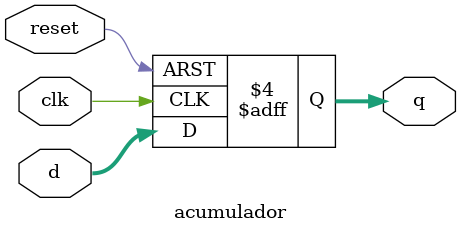
<source format=v>
module acumulador
(
	input  signed     [13:0] d,            // Entrada
	input                    clk,          // Clock
	input                    reset,
   output reg signed [13:0] q = 14'd0    // Saída
);

always @ (posedge clk or negedge reset) begin
		if (reset == 1'b0)
		   q <= 14'd0;
		else 
			q <= d;
end
	
endmodule
</source>
